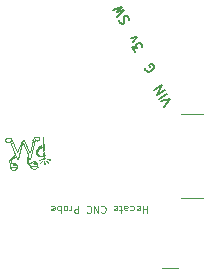
<source format=gbr>
%TF.GenerationSoftware,KiCad,Pcbnew,7.0.10*%
%TF.CreationDate,2024-08-10T06:33:11-07:00*%
%TF.ProjectId,carvera wireless charger circuit,63617276-6572-4612-9077-6972656c6573,rev?*%
%TF.SameCoordinates,Original*%
%TF.FileFunction,Legend,Top*%
%TF.FilePolarity,Positive*%
%FSLAX46Y46*%
G04 Gerber Fmt 4.6, Leading zero omitted, Abs format (unit mm)*
G04 Created by KiCad (PCBNEW 7.0.10) date 2024-08-10 06:33:11*
%MOMM*%
%LPD*%
G01*
G04 APERTURE LIST*
G04 Aperture macros list*
%AMRoundRect*
0 Rectangle with rounded corners*
0 $1 Rounding radius*
0 $2 $3 $4 $5 $6 $7 $8 $9 X,Y pos of 4 corners*
0 Add a 4 corners polygon primitive as box body*
4,1,4,$2,$3,$4,$5,$6,$7,$8,$9,$2,$3,0*
0 Add four circle primitives for the rounded corners*
1,1,$1+$1,$2,$3*
1,1,$1+$1,$4,$5*
1,1,$1+$1,$6,$7*
1,1,$1+$1,$8,$9*
0 Add four rect primitives between the rounded corners*
20,1,$1+$1,$2,$3,$4,$5,0*
20,1,$1+$1,$4,$5,$6,$7,0*
20,1,$1+$1,$6,$7,$8,$9,0*
20,1,$1+$1,$8,$9,$2,$3,0*%
G04 Aperture macros list end*
%ADD10C,0.100000*%
%ADD11C,0.070000*%
%ADD12C,0.050000*%
%ADD13C,0.000000*%
%ADD14C,0.137415*%
%ADD15C,0.150000*%
%ADD16C,1.700000*%
%ADD17C,0.700000*%
%ADD18RoundRect,0.075000X-0.075000X-0.675000X0.075000X-0.675000X0.075000X0.675000X-0.075000X0.675000X0*%
%ADD19RoundRect,0.075000X0.075000X0.675000X-0.075000X0.675000X-0.075000X-0.675000X0.075000X-0.675000X0*%
G04 APERTURE END LIST*
D10*
X10252353Y-9089028D02*
X10252353Y-9689028D01*
X10252353Y-9403314D02*
X9909496Y-9403314D01*
X9909496Y-9089028D02*
X9909496Y-9689028D01*
X9395211Y-9117600D02*
X9452354Y-9089028D01*
X9452354Y-9089028D02*
X9566640Y-9089028D01*
X9566640Y-9089028D02*
X9623782Y-9117600D01*
X9623782Y-9117600D02*
X9652354Y-9174742D01*
X9652354Y-9174742D02*
X9652354Y-9403314D01*
X9652354Y-9403314D02*
X9623782Y-9460457D01*
X9623782Y-9460457D02*
X9566640Y-9489028D01*
X9566640Y-9489028D02*
X9452354Y-9489028D01*
X9452354Y-9489028D02*
X9395211Y-9460457D01*
X9395211Y-9460457D02*
X9366640Y-9403314D01*
X9366640Y-9403314D02*
X9366640Y-9346171D01*
X9366640Y-9346171D02*
X9652354Y-9289028D01*
X8852354Y-9117600D02*
X8909496Y-9089028D01*
X8909496Y-9089028D02*
X9023782Y-9089028D01*
X9023782Y-9089028D02*
X9080925Y-9117600D01*
X9080925Y-9117600D02*
X9109496Y-9146171D01*
X9109496Y-9146171D02*
X9138068Y-9203314D01*
X9138068Y-9203314D02*
X9138068Y-9374742D01*
X9138068Y-9374742D02*
X9109496Y-9431885D01*
X9109496Y-9431885D02*
X9080925Y-9460457D01*
X9080925Y-9460457D02*
X9023782Y-9489028D01*
X9023782Y-9489028D02*
X8909496Y-9489028D01*
X8909496Y-9489028D02*
X8852354Y-9460457D01*
X8338068Y-9089028D02*
X8338068Y-9403314D01*
X8338068Y-9403314D02*
X8366639Y-9460457D01*
X8366639Y-9460457D02*
X8423782Y-9489028D01*
X8423782Y-9489028D02*
X8538068Y-9489028D01*
X8538068Y-9489028D02*
X8595210Y-9460457D01*
X8338068Y-9117600D02*
X8395210Y-9089028D01*
X8395210Y-9089028D02*
X8538068Y-9089028D01*
X8538068Y-9089028D02*
X8595210Y-9117600D01*
X8595210Y-9117600D02*
X8623782Y-9174742D01*
X8623782Y-9174742D02*
X8623782Y-9231885D01*
X8623782Y-9231885D02*
X8595210Y-9289028D01*
X8595210Y-9289028D02*
X8538068Y-9317600D01*
X8538068Y-9317600D02*
X8395210Y-9317600D01*
X8395210Y-9317600D02*
X8338068Y-9346171D01*
X8138068Y-9489028D02*
X7909496Y-9489028D01*
X8052353Y-9689028D02*
X8052353Y-9174742D01*
X8052353Y-9174742D02*
X8023782Y-9117600D01*
X8023782Y-9117600D02*
X7966639Y-9089028D01*
X7966639Y-9089028D02*
X7909496Y-9089028D01*
X7480925Y-9117600D02*
X7538068Y-9089028D01*
X7538068Y-9089028D02*
X7652354Y-9089028D01*
X7652354Y-9089028D02*
X7709496Y-9117600D01*
X7709496Y-9117600D02*
X7738068Y-9174742D01*
X7738068Y-9174742D02*
X7738068Y-9403314D01*
X7738068Y-9403314D02*
X7709496Y-9460457D01*
X7709496Y-9460457D02*
X7652354Y-9489028D01*
X7652354Y-9489028D02*
X7538068Y-9489028D01*
X7538068Y-9489028D02*
X7480925Y-9460457D01*
X7480925Y-9460457D02*
X7452354Y-9403314D01*
X7452354Y-9403314D02*
X7452354Y-9346171D01*
X7452354Y-9346171D02*
X7738068Y-9289028D01*
X6395210Y-9146171D02*
X6423782Y-9117600D01*
X6423782Y-9117600D02*
X6509496Y-9089028D01*
X6509496Y-9089028D02*
X6566639Y-9089028D01*
X6566639Y-9089028D02*
X6652353Y-9117600D01*
X6652353Y-9117600D02*
X6709496Y-9174742D01*
X6709496Y-9174742D02*
X6738067Y-9231885D01*
X6738067Y-9231885D02*
X6766639Y-9346171D01*
X6766639Y-9346171D02*
X6766639Y-9431885D01*
X6766639Y-9431885D02*
X6738067Y-9546171D01*
X6738067Y-9546171D02*
X6709496Y-9603314D01*
X6709496Y-9603314D02*
X6652353Y-9660457D01*
X6652353Y-9660457D02*
X6566639Y-9689028D01*
X6566639Y-9689028D02*
X6509496Y-9689028D01*
X6509496Y-9689028D02*
X6423782Y-9660457D01*
X6423782Y-9660457D02*
X6395210Y-9631885D01*
X6138067Y-9089028D02*
X6138067Y-9689028D01*
X6138067Y-9689028D02*
X5795210Y-9089028D01*
X5795210Y-9089028D02*
X5795210Y-9689028D01*
X5166639Y-9146171D02*
X5195211Y-9117600D01*
X5195211Y-9117600D02*
X5280925Y-9089028D01*
X5280925Y-9089028D02*
X5338068Y-9089028D01*
X5338068Y-9089028D02*
X5423782Y-9117600D01*
X5423782Y-9117600D02*
X5480925Y-9174742D01*
X5480925Y-9174742D02*
X5509496Y-9231885D01*
X5509496Y-9231885D02*
X5538068Y-9346171D01*
X5538068Y-9346171D02*
X5538068Y-9431885D01*
X5538068Y-9431885D02*
X5509496Y-9546171D01*
X5509496Y-9546171D02*
X5480925Y-9603314D01*
X5480925Y-9603314D02*
X5423782Y-9660457D01*
X5423782Y-9660457D02*
X5338068Y-9689028D01*
X5338068Y-9689028D02*
X5280925Y-9689028D01*
X5280925Y-9689028D02*
X5195211Y-9660457D01*
X5195211Y-9660457D02*
X5166639Y-9631885D01*
X4452353Y-9089028D02*
X4452353Y-9689028D01*
X4452353Y-9689028D02*
X4223782Y-9689028D01*
X4223782Y-9689028D02*
X4166639Y-9660457D01*
X4166639Y-9660457D02*
X4138068Y-9631885D01*
X4138068Y-9631885D02*
X4109496Y-9574742D01*
X4109496Y-9574742D02*
X4109496Y-9489028D01*
X4109496Y-9489028D02*
X4138068Y-9431885D01*
X4138068Y-9431885D02*
X4166639Y-9403314D01*
X4166639Y-9403314D02*
X4223782Y-9374742D01*
X4223782Y-9374742D02*
X4452353Y-9374742D01*
X3852353Y-9089028D02*
X3852353Y-9489028D01*
X3852353Y-9374742D02*
X3823782Y-9431885D01*
X3823782Y-9431885D02*
X3795211Y-9460457D01*
X3795211Y-9460457D02*
X3738068Y-9489028D01*
X3738068Y-9489028D02*
X3680925Y-9489028D01*
X3395210Y-9089028D02*
X3452353Y-9117600D01*
X3452353Y-9117600D02*
X3480924Y-9146171D01*
X3480924Y-9146171D02*
X3509496Y-9203314D01*
X3509496Y-9203314D02*
X3509496Y-9374742D01*
X3509496Y-9374742D02*
X3480924Y-9431885D01*
X3480924Y-9431885D02*
X3452353Y-9460457D01*
X3452353Y-9460457D02*
X3395210Y-9489028D01*
X3395210Y-9489028D02*
X3309496Y-9489028D01*
X3309496Y-9489028D02*
X3252353Y-9460457D01*
X3252353Y-9460457D02*
X3223782Y-9431885D01*
X3223782Y-9431885D02*
X3195210Y-9374742D01*
X3195210Y-9374742D02*
X3195210Y-9203314D01*
X3195210Y-9203314D02*
X3223782Y-9146171D01*
X3223782Y-9146171D02*
X3252353Y-9117600D01*
X3252353Y-9117600D02*
X3309496Y-9089028D01*
X3309496Y-9089028D02*
X3395210Y-9089028D01*
X2938067Y-9089028D02*
X2938067Y-9689028D01*
X2938067Y-9460457D02*
X2880925Y-9489028D01*
X2880925Y-9489028D02*
X2766639Y-9489028D01*
X2766639Y-9489028D02*
X2709496Y-9460457D01*
X2709496Y-9460457D02*
X2680925Y-9431885D01*
X2680925Y-9431885D02*
X2652353Y-9374742D01*
X2652353Y-9374742D02*
X2652353Y-9203314D01*
X2652353Y-9203314D02*
X2680925Y-9146171D01*
X2680925Y-9146171D02*
X2709496Y-9117600D01*
X2709496Y-9117600D02*
X2766639Y-9089028D01*
X2766639Y-9089028D02*
X2880925Y-9089028D01*
X2880925Y-9089028D02*
X2938067Y-9117600D01*
X2166639Y-9117600D02*
X2223782Y-9089028D01*
X2223782Y-9089028D02*
X2338068Y-9089028D01*
X2338068Y-9089028D02*
X2395210Y-9117600D01*
X2395210Y-9117600D02*
X2423782Y-9174742D01*
X2423782Y-9174742D02*
X2423782Y-9403314D01*
X2423782Y-9403314D02*
X2395210Y-9460457D01*
X2395210Y-9460457D02*
X2338068Y-9489028D01*
X2338068Y-9489028D02*
X2223782Y-9489028D01*
X2223782Y-9489028D02*
X2166639Y-9460457D01*
X2166639Y-9460457D02*
X2138068Y-9403314D01*
X2138068Y-9403314D02*
X2138068Y-9346171D01*
X2138068Y-9346171D02*
X2423782Y-9289028D01*
D11*
X-1718716Y-3606796D02*
X-1726093Y-3585165D01*
X-1321851Y-5618314D02*
X-1324425Y-5594014D01*
X-1283092Y-5405545D02*
X-1276078Y-5421625D01*
X188285Y-5549168D02*
X199621Y-5560630D01*
X805595Y-3485193D02*
G75*
G03*
X787098Y-3489310I-8138J-7049D01*
G01*
X-977149Y-4978258D02*
X-996353Y-4987669D01*
X-1502555Y-3339488D02*
X-1491039Y-3343475D01*
X-1162533Y-4962454D02*
X-1128361Y-4937137D01*
X158604Y-4817914D02*
X151850Y-4780504D01*
X-1292012Y-3555640D02*
X-1294969Y-3563746D01*
X66389Y-5276692D02*
X62851Y-5243853D01*
X-1338983Y-3634773D02*
X-1351273Y-3647761D01*
X930883Y-3265003D02*
X926169Y-3267621D01*
X-1208741Y-5484116D02*
X-1227279Y-5476527D01*
X-1449590Y-3359536D02*
X-1441016Y-3361718D01*
X-1251493Y-5167714D02*
X-1230971Y-5142613D01*
X-1287890Y-3543059D02*
X-1292012Y-3555640D01*
X-1296693Y-5077658D02*
X-1275917Y-5057335D01*
X94032Y-5382941D02*
X101499Y-5403259D01*
X-885709Y-4935296D02*
X-903232Y-4943279D01*
X136274Y-5477402D02*
X145876Y-5494011D01*
X77671Y-5330626D02*
X83605Y-5351857D01*
X-1374435Y-5445384D02*
X-1380631Y-5430436D01*
X217122Y-5575807D02*
X228914Y-5585270D01*
X154818Y-5199285D02*
X157868Y-5172263D01*
X1083191Y-3308651D02*
X1070863Y-3294689D01*
X162219Y-5332358D02*
X157552Y-5307153D01*
X970652Y-3563272D02*
X960891Y-3563421D01*
X208481Y-5437972D02*
X217410Y-5448994D01*
X-1263355Y-5442281D02*
X-1254096Y-5454510D01*
X66389Y-5276692D02*
X69926Y-5298454D01*
X948600Y-3252000D02*
X942529Y-3256044D01*
X344688Y-5087880D02*
X787097Y-3489310D01*
X-1075771Y-4899490D02*
X-1057225Y-4886147D01*
X-953652Y-4726921D02*
X-953532Y-4711138D01*
X441110Y-5466898D02*
X423406Y-5479492D01*
X62657Y-5221867D02*
X62851Y-5243853D01*
D12*
X1767676Y-5121624D02*
X2007172Y-5153388D01*
X2009594Y-5153861D01*
X2013503Y-5156854D01*
X2015408Y-5161388D01*
X2015267Y-5163849D01*
X2014818Y-5166337D01*
X2011746Y-5170335D01*
X2007074Y-5172232D01*
X2004561Y-5171993D01*
X1765585Y-5136512D01*
X1763655Y-5136097D01*
X1760561Y-5133655D01*
X1759093Y-5129999D01*
X1759643Y-5126094D01*
X1762065Y-5122984D01*
X1765706Y-5121486D01*
X1767676Y-5121624D01*
G36*
X1767676Y-5121624D02*
G01*
X2007172Y-5153388D01*
X2009594Y-5153861D01*
X2013503Y-5156854D01*
X2015408Y-5161388D01*
X2015267Y-5163849D01*
X2014818Y-5166337D01*
X2011746Y-5170335D01*
X2007074Y-5172232D01*
X2004561Y-5171993D01*
X1765585Y-5136512D01*
X1763655Y-5136097D01*
X1760561Y-5133655D01*
X1759093Y-5129999D01*
X1759643Y-5126094D01*
X1762065Y-5122984D01*
X1765706Y-5121486D01*
X1767676Y-5121624D01*
G37*
D11*
X212751Y-5049856D02*
X202396Y-5059806D01*
X-1263355Y-5442281D02*
X-1276078Y-5421625D01*
X-1533001Y-3333334D02*
X-1520664Y-3335226D01*
X188285Y-5549168D02*
X171699Y-5530581D01*
X62657Y-5221867D02*
X64383Y-5188987D01*
X-1106726Y-4921581D02*
X-1075771Y-4899490D01*
X-1733842Y-3491296D02*
X-1729489Y-3468652D01*
X995427Y-3247419D02*
X983645Y-3245086D01*
X908024Y-3264810D02*
X903636Y-3261636D01*
X161089Y-5154812D02*
X167058Y-5129400D01*
X-1283286Y-3523125D02*
X-1287890Y-3543059D01*
X-976853Y-4540343D02*
X-983700Y-4520082D01*
X-1398225Y-5231497D02*
X-1390458Y-5211498D01*
X-1405480Y-5350994D02*
X-1409252Y-5325190D01*
X-1351273Y-3647761D02*
X-1360191Y-3655973D01*
X-1128361Y-4937137D02*
X-1106726Y-4921581D01*
X-1491039Y-3343475D02*
X-1474382Y-3349916D01*
X259142Y-5483292D02*
X270564Y-5489721D01*
X976540Y-3244768D02*
X966633Y-3245324D01*
X136274Y-5477402D02*
X122425Y-5451174D01*
X1089216Y-3516993D02*
X1100269Y-3505587D01*
X926169Y-3267621D02*
X922895Y-3268427D01*
X-1295201Y-5261361D02*
X-1286906Y-5231751D01*
X-1468172Y-3713064D02*
X-1484404Y-3716158D01*
X155906Y-4927137D02*
X161000Y-4896932D01*
X-1278625Y-5212759D02*
X-1263830Y-5185105D01*
X1119522Y-3474048D02*
X1115107Y-3483729D01*
X-1363474Y-5160488D02*
X-1341878Y-5129401D01*
X141539Y-4974366D02*
X151249Y-4946580D01*
X-346458Y-3568371D02*
X-713829Y-4551629D01*
X-1349836Y-5503663D02*
X-1358712Y-5481909D01*
X319000Y-5504312D02*
X300503Y-5500908D01*
X1125121Y-3391305D02*
X1120254Y-3373776D01*
X381012Y-5498952D02*
X362509Y-5503585D01*
X347623Y-5696925D02*
X335765Y-5678037D01*
X-1358712Y-5481909D02*
X-1364964Y-5467361D01*
D12*
X1314460Y-3972389D02*
X1318658Y-3974449D01*
X1321332Y-3978291D01*
X1321802Y-3982947D01*
X1319959Y-3987243D01*
X1318193Y-3988785D01*
X1295769Y-3997594D01*
X1284642Y-4002346D01*
X1273588Y-4007324D01*
X1262586Y-4012541D01*
X1251654Y-4017985D01*
X1240776Y-4023666D01*
X1229960Y-4029579D01*
X1196971Y-4049315D01*
X1180676Y-4060040D01*
X1164542Y-4071330D01*
X1148577Y-4083194D01*
X1132804Y-4095609D01*
X1117241Y-4108586D01*
X1101909Y-4122127D01*
X1086812Y-4136209D01*
X1071980Y-4150837D01*
X1057434Y-4166022D01*
X1043175Y-4181740D01*
X1029233Y-4197997D01*
X1022385Y-4206321D01*
X1015621Y-4214791D01*
X1008946Y-4223389D01*
X1002358Y-4232117D01*
X995864Y-4240979D01*
X989461Y-4249967D01*
X966605Y-4284519D01*
X955800Y-4302423D01*
X945488Y-4320693D01*
X935704Y-4339300D01*
X926503Y-4358198D01*
X917938Y-4377359D01*
X910057Y-4396735D01*
X902909Y-4416290D01*
X896537Y-4436002D01*
X891000Y-4455824D01*
X886343Y-4475711D01*
X882613Y-4495641D01*
X879869Y-4515564D01*
X878154Y-4535447D01*
X877509Y-4555256D01*
X879230Y-4590185D01*
X881478Y-4607405D01*
X884634Y-4624421D01*
X888700Y-4641198D01*
X893656Y-4657705D01*
X899510Y-4673925D01*
X906239Y-4689813D01*
X913840Y-4705349D01*
X922305Y-4720497D01*
X931626Y-4735232D01*
X941790Y-4749520D01*
X952796Y-4763325D01*
X964631Y-4776626D01*
X977289Y-4789396D01*
X990762Y-4801589D01*
X1009354Y-4816479D01*
X1019117Y-4823514D01*
X1029182Y-4830281D01*
X1039540Y-4836761D01*
X1050183Y-4842944D01*
X1061119Y-4848838D01*
X1072331Y-4854424D01*
X1083821Y-4859696D01*
X1095573Y-4864647D01*
X1107591Y-4869271D01*
X1119876Y-4873562D01*
X1132404Y-4877521D01*
X1145183Y-4881131D01*
X1158207Y-4884389D01*
X1171464Y-4887280D01*
X1156702Y-4881306D01*
X1142481Y-4875074D01*
X1128793Y-4868606D01*
X1115630Y-4861883D01*
X1102984Y-4854933D01*
X1090866Y-4847748D01*
X1079258Y-4840346D01*
X1068160Y-4832724D01*
X1057559Y-4824895D01*
X1047460Y-4816857D01*
X1037854Y-4808626D01*
X1028738Y-4800202D01*
X1020105Y-4791594D01*
X1011952Y-4782802D01*
X997064Y-4764711D01*
X986004Y-4749060D01*
X976218Y-4733059D01*
X967684Y-4716754D01*
X960345Y-4700176D01*
X954172Y-4683361D01*
X949129Y-4666353D01*
X945182Y-4649178D01*
X942291Y-4631876D01*
X940424Y-4614491D01*
X939531Y-4597053D01*
X939588Y-4579602D01*
X940558Y-4562177D01*
X942400Y-4544799D01*
X945078Y-4527535D01*
X952796Y-4493432D01*
X958315Y-4474909D01*
X964684Y-4456620D01*
X971895Y-4438569D01*
X979932Y-4420755D01*
X988783Y-4403187D01*
X998432Y-4385859D01*
X1008869Y-4368785D01*
X1020083Y-4351964D01*
X1032062Y-4335390D01*
X1044789Y-4319079D01*
X1058249Y-4303030D01*
X1072438Y-4287243D01*
X1087342Y-4271725D01*
X1095054Y-4264064D01*
X1102944Y-4256482D01*
X1111001Y-4248958D01*
X1119232Y-4241501D01*
X1136200Y-4226802D01*
X1147521Y-4217439D01*
X1159142Y-4208179D01*
X1171058Y-4199019D01*
X1183278Y-4189958D01*
X1195782Y-4180993D01*
X1208595Y-4172127D01*
X1221703Y-4163347D01*
X1235104Y-4154668D01*
X1248815Y-4146074D01*
X1262821Y-4137576D01*
X1277135Y-4129158D01*
X1291753Y-4120836D01*
X1306670Y-4112598D01*
X1321897Y-4104431D01*
X1353264Y-4088364D01*
X1355386Y-4087506D01*
X1359941Y-4087835D01*
X1363734Y-4090380D01*
X1365766Y-4094468D01*
X1365506Y-4099026D01*
X1363025Y-4102861D01*
X1361063Y-4104033D01*
X1309089Y-4130700D01*
X1293268Y-4139758D01*
X1282158Y-4146281D01*
X1271205Y-4152841D01*
X1260416Y-4159445D01*
X1249778Y-4166091D01*
X1239297Y-4172787D01*
X1195994Y-4201709D01*
X1182992Y-4211549D01*
X1173878Y-4218631D01*
X1164926Y-4225761D01*
X1156120Y-4232942D01*
X1147474Y-4240169D01*
X1138978Y-4247444D01*
X1104098Y-4278927D01*
X1092376Y-4291188D01*
X1083841Y-4300468D01*
X1075530Y-4309825D01*
X1067441Y-4319262D01*
X1059575Y-4328772D01*
X1033038Y-4363089D01*
X1024491Y-4376421D01*
X1018356Y-4386517D01*
X1012447Y-4396678D01*
X1006784Y-4406908D01*
X1001361Y-4417209D01*
X983634Y-4454292D01*
X978537Y-4468595D01*
X975029Y-4479383D01*
X971790Y-4490220D01*
X968822Y-4501094D01*
X966140Y-4512024D01*
X958424Y-4551123D01*
X957376Y-4565955D01*
X956976Y-4577080D01*
X956912Y-4588193D01*
X957176Y-4599294D01*
X957782Y-4610382D01*
X962198Y-4649686D01*
X966149Y-4664174D01*
X969583Y-4674948D01*
X973428Y-4685640D01*
X977687Y-4696249D01*
X982376Y-4706762D01*
X1001817Y-4743516D01*
X1014586Y-4759761D01*
X1022910Y-4769288D01*
X1031732Y-4778656D01*
X1039470Y-4786328D01*
X1047559Y-4793878D01*
X1085269Y-4825012D01*
X1098284Y-4832875D01*
X1109568Y-4839250D01*
X1121239Y-4845462D01*
X1130869Y-4850312D01*
X1140758Y-4855067D01*
X1150900Y-4859717D01*
X1161305Y-4864253D01*
X1220242Y-4887027D01*
X1246075Y-4893973D01*
X1259399Y-4897273D01*
X1273003Y-4900450D01*
X1286872Y-4903502D01*
X1297456Y-4905714D01*
X1308195Y-4907866D01*
X1319085Y-4909945D01*
X1330133Y-4911956D01*
X1319400Y-4912859D01*
X1305205Y-4913835D01*
X1291139Y-4914539D01*
X1277211Y-4914978D01*
X1263404Y-4915141D01*
X1249735Y-4915041D01*
X1236196Y-4914671D01*
X1219451Y-4913836D01*
X1153104Y-4901169D01*
X1141049Y-4898173D01*
X1129149Y-4894935D01*
X1117408Y-4891460D01*
X1105821Y-4887725D01*
X1094404Y-4883759D01*
X1083148Y-4879556D01*
X1061125Y-4870431D01*
X1009485Y-4838137D01*
X1000306Y-4831595D01*
X991347Y-4824865D01*
X982590Y-4817931D01*
X974051Y-4810816D01*
X965721Y-4803520D01*
X957613Y-4796033D01*
X942045Y-4780534D01*
X909524Y-4733681D01*
X902732Y-4722286D01*
X896333Y-4710698D01*
X890342Y-4698922D01*
X884751Y-4686975D01*
X879567Y-4674852D01*
X872996Y-4657595D01*
X862914Y-4602363D01*
X861429Y-4589256D01*
X860354Y-4576071D01*
X859699Y-4562824D01*
X859451Y-4549515D01*
X859618Y-4536159D01*
X860530Y-4517369D01*
X871763Y-4460324D01*
X874384Y-4449692D01*
X877210Y-4439086D01*
X880242Y-4428513D01*
X883463Y-4417965D01*
X886876Y-4407464D01*
X890481Y-4396995D01*
X898243Y-4376189D01*
X924288Y-4323176D01*
X929476Y-4313434D01*
X934780Y-4303770D01*
X940200Y-4294188D01*
X945728Y-4284675D01*
X951369Y-4275262D01*
X957108Y-4265926D01*
X968907Y-4247526D01*
X1003400Y-4202076D01*
X1011713Y-4191761D01*
X1020137Y-4181608D01*
X1028661Y-4171614D01*
X1037283Y-4161781D01*
X1046012Y-4152113D01*
X1058377Y-4138848D01*
X1097833Y-4102408D01*
X1107223Y-4094231D01*
X1116669Y-4086218D01*
X1126183Y-4078372D01*
X1135757Y-4070705D01*
X1145386Y-4063205D01*
X1158972Y-4052991D01*
X1201567Y-4025863D01*
X1211650Y-4019859D01*
X1221788Y-4014022D01*
X1231971Y-4008357D01*
X1242201Y-4002857D01*
X1252481Y-3997520D01*
X1266948Y-3990344D01*
X1312116Y-3972367D01*
X1314460Y-3972389D01*
G36*
X1314460Y-3972389D02*
G01*
X1318658Y-3974449D01*
X1321332Y-3978291D01*
X1321802Y-3982947D01*
X1319959Y-3987243D01*
X1318193Y-3988785D01*
X1295769Y-3997594D01*
X1284642Y-4002346D01*
X1273588Y-4007324D01*
X1262586Y-4012541D01*
X1251654Y-4017985D01*
X1240776Y-4023666D01*
X1229960Y-4029579D01*
X1196971Y-4049315D01*
X1180676Y-4060040D01*
X1164542Y-4071330D01*
X1148577Y-4083194D01*
X1132804Y-4095609D01*
X1117241Y-4108586D01*
X1101909Y-4122127D01*
X1086812Y-4136209D01*
X1071980Y-4150837D01*
X1057434Y-4166022D01*
X1043175Y-4181740D01*
X1029233Y-4197997D01*
X1022385Y-4206321D01*
X1015621Y-4214791D01*
X1008946Y-4223389D01*
X1002358Y-4232117D01*
X995864Y-4240979D01*
X989461Y-4249967D01*
X966605Y-4284519D01*
X955800Y-4302423D01*
X945488Y-4320693D01*
X935704Y-4339300D01*
X926503Y-4358198D01*
X917938Y-4377359D01*
X910057Y-4396735D01*
X902909Y-4416290D01*
X896537Y-4436002D01*
X891000Y-4455824D01*
X886343Y-4475711D01*
X882613Y-4495641D01*
X879869Y-4515564D01*
X878154Y-4535447D01*
X877509Y-4555256D01*
X879230Y-4590185D01*
X881478Y-4607405D01*
X884634Y-4624421D01*
X888700Y-4641198D01*
X893656Y-4657705D01*
X899510Y-4673925D01*
X906239Y-4689813D01*
X913840Y-4705349D01*
X922305Y-4720497D01*
X931626Y-4735232D01*
X941790Y-4749520D01*
X952796Y-4763325D01*
X964631Y-4776626D01*
X977289Y-4789396D01*
X990762Y-4801589D01*
X1009354Y-4816479D01*
X1019117Y-4823514D01*
X1029182Y-4830281D01*
X1039540Y-4836761D01*
X1050183Y-4842944D01*
X1061119Y-4848838D01*
X1072331Y-4854424D01*
X1083821Y-4859696D01*
X1095573Y-4864647D01*
X1107591Y-4869271D01*
X1119876Y-4873562D01*
X1132404Y-4877521D01*
X1145183Y-4881131D01*
X1158207Y-4884389D01*
X1171464Y-4887280D01*
X1156702Y-4881306D01*
X1142481Y-4875074D01*
X1128793Y-4868606D01*
X1115630Y-4861883D01*
X1102984Y-4854933D01*
X1090866Y-4847748D01*
X1079258Y-4840346D01*
X1068160Y-4832724D01*
X1057559Y-4824895D01*
X1047460Y-4816857D01*
X1037854Y-4808626D01*
X1028738Y-4800202D01*
X1020105Y-4791594D01*
X1011952Y-4782802D01*
X997064Y-4764711D01*
X986004Y-4749060D01*
X976218Y-4733059D01*
X967684Y-4716754D01*
X960345Y-4700176D01*
X954172Y-4683361D01*
X949129Y-4666353D01*
X945182Y-4649178D01*
X942291Y-4631876D01*
X940424Y-4614491D01*
X939531Y-4597053D01*
X939588Y-4579602D01*
X940558Y-4562177D01*
X942400Y-4544799D01*
X945078Y-4527535D01*
X952796Y-4493432D01*
X958315Y-4474909D01*
X964684Y-4456620D01*
X971895Y-4438569D01*
X979932Y-4420755D01*
X988783Y-4403187D01*
X998432Y-4385859D01*
X1008869Y-4368785D01*
X1020083Y-4351964D01*
X1032062Y-4335390D01*
X1044789Y-4319079D01*
X1058249Y-4303030D01*
X1072438Y-4287243D01*
X1087342Y-4271725D01*
X1095054Y-4264064D01*
X1102944Y-4256482D01*
X1111001Y-4248958D01*
X1119232Y-4241501D01*
X1136200Y-4226802D01*
X1147521Y-4217439D01*
X1159142Y-4208179D01*
X1171058Y-4199019D01*
X1183278Y-4189958D01*
X1195782Y-4180993D01*
X1208595Y-4172127D01*
X1221703Y-4163347D01*
X1235104Y-4154668D01*
X1248815Y-4146074D01*
X1262821Y-4137576D01*
X1277135Y-4129158D01*
X1291753Y-4120836D01*
X1306670Y-4112598D01*
X1321897Y-4104431D01*
X1353264Y-4088364D01*
X1355386Y-4087506D01*
X1359941Y-4087835D01*
X1363734Y-4090380D01*
X1365766Y-4094468D01*
X1365506Y-4099026D01*
X1363025Y-4102861D01*
X1361063Y-4104033D01*
X1309089Y-4130700D01*
X1293268Y-4139758D01*
X1282158Y-4146281D01*
X1271205Y-4152841D01*
X1260416Y-4159445D01*
X1249778Y-4166091D01*
X1239297Y-4172787D01*
X1195994Y-4201709D01*
X1182992Y-4211549D01*
X1173878Y-4218631D01*
X1164926Y-4225761D01*
X1156120Y-4232942D01*
X1147474Y-4240169D01*
X1138978Y-4247444D01*
X1104098Y-4278927D01*
X1092376Y-4291188D01*
X1083841Y-4300468D01*
X1075530Y-4309825D01*
X1067441Y-4319262D01*
X1059575Y-4328772D01*
X1033038Y-4363089D01*
X1024491Y-4376421D01*
X1018356Y-4386517D01*
X1012447Y-4396678D01*
X1006784Y-4406908D01*
X1001361Y-4417209D01*
X983634Y-4454292D01*
X978537Y-4468595D01*
X975029Y-4479383D01*
X971790Y-4490220D01*
X968822Y-4501094D01*
X966140Y-4512024D01*
X958424Y-4551123D01*
X957376Y-4565955D01*
X956976Y-4577080D01*
X956912Y-4588193D01*
X957176Y-4599294D01*
X957782Y-4610382D01*
X962198Y-4649686D01*
X966149Y-4664174D01*
X969583Y-4674948D01*
X973428Y-4685640D01*
X977687Y-4696249D01*
X982376Y-4706762D01*
X1001817Y-4743516D01*
X1014586Y-4759761D01*
X1022910Y-4769288D01*
X1031732Y-4778656D01*
X1039470Y-4786328D01*
X1047559Y-4793878D01*
X1085269Y-4825012D01*
X1098284Y-4832875D01*
X1109568Y-4839250D01*
X1121239Y-4845462D01*
X1130869Y-4850312D01*
X1140758Y-4855067D01*
X1150900Y-4859717D01*
X1161305Y-4864253D01*
X1220242Y-4887027D01*
X1246075Y-4893973D01*
X1259399Y-4897273D01*
X1273003Y-4900450D01*
X1286872Y-4903502D01*
X1297456Y-4905714D01*
X1308195Y-4907866D01*
X1319085Y-4909945D01*
X1330133Y-4911956D01*
X1319400Y-4912859D01*
X1305205Y-4913835D01*
X1291139Y-4914539D01*
X1277211Y-4914978D01*
X1263404Y-4915141D01*
X1249735Y-4915041D01*
X1236196Y-4914671D01*
X1219451Y-4913836D01*
X1153104Y-4901169D01*
X1141049Y-4898173D01*
X1129149Y-4894935D01*
X1117408Y-4891460D01*
X1105821Y-4887725D01*
X1094404Y-4883759D01*
X1083148Y-4879556D01*
X1061125Y-4870431D01*
X1009485Y-4838137D01*
X1000306Y-4831595D01*
X991347Y-4824865D01*
X982590Y-4817931D01*
X974051Y-4810816D01*
X965721Y-4803520D01*
X957613Y-4796033D01*
X942045Y-4780534D01*
X909524Y-4733681D01*
X902732Y-4722286D01*
X896333Y-4710698D01*
X890342Y-4698922D01*
X884751Y-4686975D01*
X879567Y-4674852D01*
X872996Y-4657595D01*
X862914Y-4602363D01*
X861429Y-4589256D01*
X860354Y-4576071D01*
X859699Y-4562824D01*
X859451Y-4549515D01*
X859618Y-4536159D01*
X860530Y-4517369D01*
X871763Y-4460324D01*
X874384Y-4449692D01*
X877210Y-4439086D01*
X880242Y-4428513D01*
X883463Y-4417965D01*
X886876Y-4407464D01*
X890481Y-4396995D01*
X898243Y-4376189D01*
X924288Y-4323176D01*
X929476Y-4313434D01*
X934780Y-4303770D01*
X940200Y-4294188D01*
X945728Y-4284675D01*
X951369Y-4275262D01*
X957108Y-4265926D01*
X968907Y-4247526D01*
X1003400Y-4202076D01*
X1011713Y-4191761D01*
X1020137Y-4181608D01*
X1028661Y-4171614D01*
X1037283Y-4161781D01*
X1046012Y-4152113D01*
X1058377Y-4138848D01*
X1097833Y-4102408D01*
X1107223Y-4094231D01*
X1116669Y-4086218D01*
X1126183Y-4078372D01*
X1135757Y-4070705D01*
X1145386Y-4063205D01*
X1158972Y-4052991D01*
X1201567Y-4025863D01*
X1211650Y-4019859D01*
X1221788Y-4014022D01*
X1231971Y-4008357D01*
X1242201Y-4002857D01*
X1252481Y-3997520D01*
X1266948Y-3990344D01*
X1312116Y-3972367D01*
X1314460Y-3972389D01*
G37*
D11*
X-185496Y-3562753D02*
X-346458Y-3568371D01*
X-1185687Y-4980063D02*
X-1162533Y-4962454D01*
X1101435Y-3334306D02*
X1107808Y-3345215D01*
X275617Y-5619228D02*
X286819Y-5627715D01*
X302721Y-5641302D02*
X312897Y-5650860D01*
X-1556119Y-3718603D02*
X-1575337Y-3715486D01*
X-1689817Y-3653002D02*
X-1702496Y-3635551D01*
X914000Y-3267575D02*
X908024Y-3264810D01*
X381012Y-5498952D02*
X393274Y-5494870D01*
X-930353Y-4955892D02*
X-903232Y-4943279D01*
X-1409857Y-5307258D02*
X-1408752Y-5279717D01*
X326935Y-5666739D02*
X335765Y-5678037D01*
X998886Y-5785915D02*
X930847Y-5750473D01*
X861917Y-5722642D01*
X792151Y-5702969D01*
X721605Y-5692002D01*
X650334Y-5690289D01*
X626426Y-5691870D01*
X-1604201Y-3708473D02*
X-1622988Y-3700975D01*
X246664Y-5598298D02*
X228914Y-5585270D01*
X188702Y-5407241D02*
X195984Y-5420268D01*
X-959691Y-4620580D02*
X-964434Y-4590829D01*
X1020437Y-3555253D02*
X1010441Y-3558029D01*
X-988320Y-4829856D02*
X-975839Y-4815146D01*
D12*
X1343071Y-5137617D02*
X1345700Y-5140552D01*
X1346519Y-5144406D01*
X1345313Y-5148154D01*
X1342394Y-5150804D01*
X1340501Y-5151352D01*
X1104574Y-5203420D01*
X1102089Y-5203827D01*
X1097291Y-5202266D01*
X1093956Y-5198490D01*
X1093335Y-5196046D01*
X1093007Y-5193599D01*
X1094595Y-5188938D01*
X1098292Y-5185685D01*
X1100671Y-5185042D01*
X1337371Y-5136652D01*
X1339327Y-5136381D01*
X1343071Y-5137617D01*
G36*
X1343071Y-5137617D02*
G01*
X1345700Y-5140552D01*
X1346519Y-5144406D01*
X1345313Y-5148154D01*
X1342394Y-5150804D01*
X1340501Y-5151352D01*
X1104574Y-5203420D01*
X1102089Y-5203827D01*
X1097291Y-5202266D01*
X1093956Y-5198490D01*
X1093335Y-5196046D01*
X1093007Y-5193599D01*
X1094595Y-5188938D01*
X1098292Y-5185685D01*
X1100671Y-5185042D01*
X1337371Y-5136652D01*
X1339327Y-5136381D01*
X1343071Y-5137617D01*
G37*
D11*
X-1733826Y-3551050D02*
X-1735177Y-3527169D01*
X-1702496Y-3635551D02*
X-1718716Y-3606796D01*
X1020437Y-3555253D02*
X1035339Y-3550291D01*
X970652Y-3563272D02*
X985429Y-3562342D01*
X-1402010Y-5367765D02*
X-1405480Y-5350994D01*
X-957211Y-4640086D02*
X-959691Y-4620580D01*
X470020Y-5441007D02*
X452789Y-5457523D01*
X275617Y-5619228D02*
X258419Y-5606717D01*
X-1131703Y-5486301D02*
X-1157960Y-5489242D01*
X364483Y-5732547D02*
X368962Y-5744584D01*
X302721Y-5641302D02*
X286819Y-5627715D01*
X1115709Y-3362246D02*
X1107808Y-3345215D01*
X-1215310Y-5127003D02*
X-1230971Y-5142613D01*
X860728Y-3533160D02*
X853089Y-3528264D01*
X154818Y-5199285D02*
X153456Y-5217483D01*
X1115709Y-3362246D02*
X1120254Y-3373776D01*
X243046Y-5030829D02*
X264202Y-5090685D01*
X-930353Y-4955892D02*
X-948768Y-4964569D01*
X-1390458Y-5211498D02*
X-1376085Y-5181091D01*
X411419Y-5486240D02*
X423406Y-5479492D01*
X-1238422Y-5468730D02*
X-1227279Y-5476527D01*
X-1666848Y-3674548D02*
X-1689817Y-3653002D01*
X-715816Y-5893474D02*
X-787069Y-5859290D01*
X-856005Y-5832758D01*
X-934416Y-5811685D01*
X-1011702Y-5801485D01*
X-1077879Y-5801585D01*
X-1575337Y-3715486D02*
X-1604201Y-3708473D01*
X1003678Y-3249751D02*
X995427Y-3247419D01*
X243046Y-5030829D02*
X229864Y-5037003D01*
X960894Y-3246697D02*
X953051Y-3249514D01*
X-1294969Y-3563746D02*
X-1297137Y-3569040D01*
X-998214Y-4839874D02*
X-988320Y-4829856D01*
X966633Y-3245324D02*
X960894Y-3246697D01*
X-953944Y-4686109D02*
X-954956Y-4668091D01*
X995417Y-3560917D02*
X1010441Y-3558029D01*
X-1324698Y-5108648D02*
X-1296693Y-5077658D01*
X1068331Y-3533353D02*
X1081316Y-3524068D01*
X100034Y-5065565D02*
X112956Y-5037524D01*
X-1295201Y-5261361D02*
X-1299056Y-5281411D01*
X-1564895Y-3334431D02*
X-1552028Y-3333314D01*
X923462Y-3558929D02*
X914484Y-3556817D01*
X-1520664Y-3335226D02*
X-1502555Y-3339488D01*
X842056Y-3520136D02*
X834869Y-3514417D01*
X-1665855Y-3368819D02*
X-1652560Y-3361439D01*
X288402Y-5497008D02*
X270564Y-5489721D01*
X901431Y-3552700D02*
X914484Y-3556817D01*
X-975839Y-4815146D02*
X-969870Y-4805287D01*
X-1652560Y-3361439D02*
X-1632210Y-3352218D01*
X1039506Y-3268329D02*
X1025783Y-3259695D01*
X1083191Y-3308651D02*
X1090991Y-3318481D01*
X-1584656Y-3338317D02*
X-1564895Y-3334431D01*
X67729Y-5167378D02*
X64383Y-5188987D01*
X998886Y-5785915D02*
X1015002Y-5796196D01*
X-968892Y-4570674D02*
X-976853Y-4540343D01*
X-1057225Y-4886147D02*
X-1031615Y-4867317D01*
X-1409252Y-5325190D02*
X-1409857Y-5307258D01*
X-1422669Y-3361796D02*
X-1414007Y-3357371D01*
X860728Y-3533160D02*
X872430Y-3540021D01*
D12*
X1719736Y-5261343D02*
X1721313Y-5262530D01*
X1904871Y-5419610D01*
X1906684Y-5421331D01*
X1908337Y-5426041D01*
X1907395Y-5430939D01*
X1905856Y-5432910D01*
X1904125Y-5434704D01*
X1899403Y-5436318D01*
X1894506Y-5435340D01*
X1892553Y-5433788D01*
X1711453Y-5273875D01*
X1710061Y-5272476D01*
X1708796Y-5268746D01*
X1709553Y-5264874D01*
X1712139Y-5261901D01*
X1715863Y-5260610D01*
X1719736Y-5261343D01*
G36*
X1719736Y-5261343D02*
G01*
X1721313Y-5262530D01*
X1904871Y-5419610D01*
X1906684Y-5421331D01*
X1908337Y-5426041D01*
X1907395Y-5430939D01*
X1905856Y-5432910D01*
X1904125Y-5434704D01*
X1899403Y-5436318D01*
X1894506Y-5435340D01*
X1892553Y-5433788D01*
X1711453Y-5273875D01*
X1710061Y-5272476D01*
X1708796Y-5268746D01*
X1709553Y-5264874D01*
X1712139Y-5261901D01*
X1715863Y-5260610D01*
X1719736Y-5261343D01*
G37*
D11*
X80932Y-5114863D02*
X74580Y-5135440D01*
X-688485Y-5123997D02*
X-306618Y-3744194D01*
X441110Y-5466898D02*
X452789Y-5457523D01*
X-1684569Y-3383900D02*
X-1665855Y-3368819D01*
X891577Y-3250303D02*
X667318Y-3258133D01*
X374837Y-5763903D02*
G75*
G03*
X461417Y-5449475I326349J79271D01*
G01*
X-1322047Y-5678147D02*
X-1321120Y-5660603D01*
X946577Y-3562528D02*
X960891Y-3563421D01*
X172380Y-5113602D02*
X181663Y-5091190D01*
X-1017241Y-4855982D02*
X-998214Y-4839874D01*
X-1735177Y-3527169D02*
X-1733842Y-3491296D01*
X-1031615Y-4867317D02*
X-1017241Y-4855982D01*
X-885709Y-4935296D02*
X-859934Y-4923700D01*
X411419Y-5486240D02*
X393274Y-5494870D01*
X-1429240Y-3363180D02*
X-1422669Y-3361796D01*
X1106616Y-3497132D02*
X1100269Y-3505587D01*
X189376Y-5077933D02*
X181663Y-5091190D01*
X144695Y-4753895D02*
X151850Y-4780504D01*
X923462Y-3558929D02*
X937177Y-3561505D01*
X-1220447Y-5008108D02*
X-1185687Y-4980063D01*
X121626Y-5019436D02*
X134176Y-4992511D01*
X153038Y-5244845D02*
X153395Y-5262997D01*
X1089216Y-3516993D02*
X1081316Y-3524068D01*
X-1025736Y-5002554D02*
X-996353Y-4987669D01*
X-1528086Y-3719831D02*
X-1556119Y-3718603D01*
X824501Y-3505076D02*
X834869Y-3514417D01*
X1068331Y-3533353D02*
X1059304Y-3538990D01*
X-959639Y-4779040D02*
X-956170Y-4761405D01*
X172380Y-5113602D02*
X167058Y-5129400D01*
X80932Y-5114863D02*
X91762Y-5084746D01*
X-1344234Y-5518217D02*
X-1349836Y-5503663D01*
D12*
X1564631Y-5321585D02*
X1566744Y-5324910D01*
X1566948Y-5326876D01*
X1577261Y-5568252D01*
X1577235Y-5570753D01*
X1574915Y-5575164D01*
X1570690Y-5577821D01*
X1568199Y-5578044D01*
X1565700Y-5577999D01*
X1561299Y-5575644D01*
X1558677Y-5571394D01*
X1558477Y-5568909D01*
X1551927Y-5327396D01*
X1552002Y-5325433D01*
X1553861Y-5321959D01*
X1557213Y-5319879D01*
X1561151Y-5319738D01*
X1564631Y-5321585D01*
G36*
X1564631Y-5321585D02*
G01*
X1566744Y-5324910D01*
X1566948Y-5326876D01*
X1577261Y-5568252D01*
X1577235Y-5570753D01*
X1574915Y-5575164D01*
X1570690Y-5577821D01*
X1568199Y-5578044D01*
X1565700Y-5577999D01*
X1561299Y-5575644D01*
X1558677Y-5571394D01*
X1558477Y-5568909D01*
X1551927Y-5327396D01*
X1552002Y-5325433D01*
X1553861Y-5321959D01*
X1557213Y-5319879D01*
X1561151Y-5319738D01*
X1564631Y-5321585D01*
G37*
D11*
X842056Y-3520136D02*
X853089Y-3528264D01*
X-1696313Y-3395881D02*
X-1684569Y-3383900D01*
X1129034Y-3420324D02*
X1129157Y-3431711D01*
X246664Y-5598298D02*
X258419Y-5606717D01*
X162096Y-4875441D02*
X161000Y-4896932D01*
X-1324425Y-5594014D02*
X-1327263Y-5578360D01*
X-1300775Y-5311721D02*
X-1299056Y-5281411D01*
X-1065998Y-3758068D02*
G75*
G03*
X-1228896Y-3821061I-5120J-228884D01*
G01*
X953051Y-3249514D02*
X948600Y-3252000D01*
X-1364964Y-5467361D02*
X-1374435Y-5445384D01*
X939003Y-3258832D02*
X934025Y-3262817D01*
X995417Y-3560917D02*
X985429Y-3562342D01*
X-1374268Y-3667885D02*
X-1384533Y-3675343D01*
X-713829Y-4551629D02*
X-783573Y-4554064D01*
X-956170Y-4761405D02*
X-954872Y-4748187D01*
X350083Y-5504988D02*
X362509Y-5503585D01*
X-964434Y-4590829D02*
X-968892Y-4570674D01*
X917755Y-3268643D02*
X914000Y-3267575D01*
X212751Y-5049856D02*
X229864Y-5037003D01*
X880515Y-3544050D02*
X872430Y-3540021D01*
X-1331200Y-3625836D02*
X-1338983Y-3634773D01*
X1045051Y-3546101D02*
X1059304Y-3538990D01*
X-1172276Y-5090656D02*
X-1144276Y-5070662D01*
X-977149Y-4978258D02*
X-948768Y-4964569D01*
X-1113000Y-3623260D02*
G75*
G03*
X-1277124Y-3690390I463J-235331D01*
G01*
X-1650250Y-3687003D02*
X-1666848Y-3674548D01*
X-1474382Y-3349916D02*
X-1464106Y-3354074D01*
X-1124852Y-5058225D02*
X-1095304Y-5040293D01*
X-1325352Y-5705859D02*
G75*
G03*
X-1090975Y-5478801I308575J-84027D01*
G01*
X946577Y-3562528D02*
X937177Y-3561505D01*
X94032Y-5382941D02*
X83605Y-5351857D01*
X-1445887Y-3706487D02*
X-1468172Y-3713064D01*
X-1251493Y-5167714D02*
X-1263830Y-5185105D01*
X162096Y-4875441D02*
X161538Y-4841876D01*
X188702Y-5407241D02*
X178770Y-5386638D01*
X-1720205Y-3437003D02*
X-1711410Y-3419225D01*
X1016812Y-3255238D02*
X1003678Y-3249751D01*
X-1414007Y-3357371D02*
X-1409583Y-3351675D01*
X-1409583Y-3351675D02*
X-1404180Y-3340608D01*
X-1124852Y-5058225D02*
X-1144276Y-5070662D01*
X-1341878Y-5129401D02*
X-1324698Y-5108648D01*
X-1394903Y-5391906D02*
X-1402010Y-5367765D01*
X264202Y-5090685D02*
X344688Y-5087880D01*
X1127149Y-3448207D02*
X1124942Y-3458907D01*
X-1327263Y-5578360D02*
X-1332450Y-5555311D01*
X-1131703Y-5486301D02*
X-1112991Y-5483357D01*
D12*
X1402556Y-5272719D02*
X1405342Y-5275508D01*
X1406371Y-5279299D01*
X1405370Y-5283120D01*
X1404073Y-5284608D01*
X1234575Y-5456767D01*
X1232732Y-5458449D01*
X1227920Y-5459767D01*
X1223092Y-5458490D01*
X1221239Y-5456821D01*
X1219565Y-5454964D01*
X1218288Y-5450138D01*
X1219608Y-5445323D01*
X1221288Y-5443480D01*
X1393448Y-5273976D01*
X1394940Y-5272689D01*
X1398752Y-5271683D01*
X1402556Y-5272719D01*
G36*
X1402556Y-5272719D02*
G01*
X1405342Y-5275508D01*
X1406371Y-5279299D01*
X1405370Y-5283120D01*
X1404073Y-5284608D01*
X1234575Y-5456767D01*
X1232732Y-5458449D01*
X1227920Y-5459767D01*
X1223092Y-5458490D01*
X1221239Y-5456821D01*
X1219565Y-5454964D01*
X1218288Y-5450138D01*
X1219608Y-5445323D01*
X1221288Y-5443480D01*
X1393448Y-5273976D01*
X1394940Y-5272689D01*
X1398752Y-5271683D01*
X1402556Y-5272719D01*
G37*
D11*
X319000Y-5504312D02*
X331413Y-5505583D01*
X189376Y-5077933D02*
X202396Y-5059806D01*
X-1077879Y-5801585D02*
X-1149910Y-5810631D01*
X-1218118Y-5826976D01*
X-1292384Y-5851801D01*
X-1328057Y-5865737D01*
X1119522Y-3474048D02*
X1124942Y-3458907D01*
X-1336865Y-5540361D02*
X-1344234Y-5518217D01*
X347623Y-5696925D02*
X354949Y-5710335D01*
X155906Y-4927137D02*
X151249Y-4946580D01*
X896662Y-3255659D02*
X891577Y-3250303D01*
X-1405530Y-5260656D02*
X-1398225Y-5231497D01*
X-1622988Y-3700975D02*
X-1650250Y-3687003D01*
X-1025736Y-5002554D02*
X-1045499Y-5012800D01*
X67729Y-5167378D02*
X74580Y-5135440D01*
X-1711410Y-3419225D02*
X-1696313Y-3395881D01*
X-1278625Y-5212759D02*
X-1286906Y-5231751D01*
X-1389585Y-5407638D02*
X-1394903Y-5391906D01*
X113816Y-5432395D02*
X122425Y-5451174D01*
X-1325289Y-5705423D02*
X-1322047Y-5678147D01*
X-1729489Y-3468652D02*
X-1720205Y-3437003D01*
X1062110Y-3286353D02*
X1048658Y-3274835D01*
X626426Y-5691870D02*
X554213Y-5702678D01*
X481792Y-5721848D01*
X409141Y-5748740D01*
X394582Y-5754990D01*
X144695Y-4753895D02*
X142555Y-4746585D01*
X-1075384Y-5029058D02*
X-1045499Y-5012800D01*
X173256Y-5371817D02*
X165976Y-5348688D01*
X824501Y-3505076D02*
X817761Y-3498551D01*
X-1632210Y-3352218D02*
X-1618503Y-3347560D01*
X922895Y-3268427D02*
X917755Y-3268643D01*
X807070Y-3486892D02*
X817761Y-3498551D01*
X-1618503Y-3347560D02*
X-1598039Y-3341499D01*
X-1296186Y-5360934D02*
X-1300372Y-5331802D01*
X259142Y-5483292D02*
X242549Y-5472290D01*
X-1441016Y-3361718D02*
X-1429240Y-3363180D01*
X-1431860Y-3701439D02*
X-1445887Y-3706487D01*
X1016812Y-3255238D02*
X1025783Y-3259695D01*
X-1484404Y-3716158D02*
X-1509926Y-3719418D01*
X-1296186Y-5360934D02*
X-1292096Y-5379703D01*
X1045051Y-3546101D02*
X1035339Y-3550291D01*
X326935Y-5666739D02*
X312897Y-5650860D01*
X-1408752Y-5279717D02*
X-1405530Y-5260656D01*
X-1509926Y-3719418D02*
X-1528086Y-3719831D01*
X-1404180Y-3340608D02*
X-1401947Y-3330393D01*
X-1384533Y-3675343D02*
X-1400823Y-3686011D01*
X161089Y-5154812D02*
X157868Y-5172263D01*
X-769206Y-5126819D02*
X-843564Y-4916494D01*
X1106616Y-3497132D02*
X1115107Y-3483729D01*
X-1238422Y-5468730D02*
X-1254096Y-5454510D01*
X-1218438Y-3323986D02*
X-1401947Y-3330393D01*
X77671Y-5330626D02*
X69926Y-5298454D01*
X-983700Y-4520082D02*
X-1310444Y-3595830D01*
X-1310444Y-3595830D02*
X-1316360Y-3605510D01*
X805596Y-3485192D02*
X807070Y-3486892D01*
X-1243303Y-5027352D02*
X-1220447Y-5008108D01*
X711659Y-3751935D02*
G75*
G03*
X545981Y-3696318I-157841J-195616D01*
G01*
X-962732Y-4790065D02*
X-959639Y-4779040D01*
X-1075384Y-5029058D02*
X-1095304Y-5040293D01*
X-1598039Y-3341499D02*
X-1584656Y-3338317D01*
X155506Y-5289675D02*
X153395Y-5262997D01*
X-1360191Y-3655973D02*
X-1374268Y-3667885D01*
X-1552028Y-3333314D02*
X-1533001Y-3333334D01*
X-1726093Y-3585165D02*
X-1733826Y-3551050D01*
X-1320560Y-3611631D02*
X-1331200Y-3625836D01*
X1127149Y-3448207D02*
X1129157Y-3431711D01*
X-1283092Y-5405545D02*
X-1292096Y-5379703D01*
X-954872Y-4748187D02*
X-953652Y-4726921D01*
X-969870Y-4805287D02*
X-962732Y-4790065D01*
X-1380631Y-5430436D02*
X-1389585Y-5407638D01*
D13*
G36*
X-990903Y-5471716D02*
G01*
X-965329Y-5474971D01*
X-940098Y-5480284D01*
X-915376Y-5487604D01*
X-891334Y-5496903D01*
X-868114Y-5508112D01*
X-845873Y-5521152D01*
X-824760Y-5535949D01*
X-804911Y-5552401D01*
X-786446Y-5570401D01*
X-769503Y-5589829D01*
X-754178Y-5610566D01*
X-740572Y-5632468D01*
X-728783Y-5655394D01*
X-723717Y-5667251D01*
X-732759Y-5674015D01*
X-742351Y-5680772D01*
X-751802Y-5686832D01*
X-771319Y-5696722D01*
X-792400Y-5705181D01*
X-802914Y-5709188D01*
X-813321Y-5712988D01*
X-833804Y-5719954D01*
X-859872Y-5726883D01*
X-870651Y-5729407D01*
X-881269Y-5731632D01*
X-897459Y-5734506D01*
X-920681Y-5736347D01*
X-932304Y-5736704D01*
X-953677Y-5736029D01*
X-973453Y-5732289D01*
X-984097Y-5729474D01*
X-1000918Y-5723415D01*
X-1016604Y-5713864D01*
X-1025550Y-5707266D01*
X-1037612Y-5696377D01*
X-1048683Y-5681428D01*
X-1054762Y-5671671D01*
X-1062557Y-5656394D01*
X-1068686Y-5637244D01*
X-1071510Y-5626078D01*
X-1075019Y-5606775D01*
X-1076007Y-5585039D01*
X-1075944Y-5573667D01*
X-1074539Y-5551619D01*
X-1070230Y-5528857D01*
X-1065048Y-5508383D01*
X-1055240Y-5472802D01*
X-1042425Y-5471438D01*
X-1016658Y-5470533D01*
X-990903Y-5471716D01*
G37*
D11*
X394582Y-5754990D02*
X374836Y-5763903D01*
D13*
G36*
X731791Y-5352603D02*
G01*
X758736Y-5356440D01*
X785288Y-5362432D01*
X811266Y-5370546D01*
X836507Y-5380727D01*
X860846Y-5392908D01*
X884127Y-5407013D01*
X906193Y-5422948D01*
X926906Y-5440609D01*
X946126Y-5459872D01*
X963732Y-5480638D01*
X979607Y-5502744D01*
X993652Y-5526063D01*
X1005767Y-5550428D01*
X1010945Y-5563014D01*
X1000542Y-5567965D01*
X989413Y-5573047D01*
X978304Y-5577821D01*
X967661Y-5582021D01*
X954832Y-5586563D01*
X929536Y-5594479D01*
X919014Y-5597616D01*
X908621Y-5600595D01*
X896912Y-5603802D01*
X882531Y-5607525D01*
X853633Y-5613399D01*
X841767Y-5615494D01*
X830152Y-5617311D01*
X812567Y-5619586D01*
X787844Y-5620698D01*
X776670Y-5620740D01*
X765832Y-5620421D01*
X753257Y-5619547D01*
X733113Y-5615567D01*
X722382Y-5612693D01*
X705637Y-5606656D01*
X690470Y-5597419D01*
X681311Y-5590553D01*
X670636Y-5580635D01*
X660665Y-5566334D01*
X655305Y-5556983D01*
X648608Y-5542308D01*
X643742Y-5523702D01*
X641614Y-5512786D01*
X639212Y-5493776D01*
X639183Y-5471909D01*
X639671Y-5460354D01*
X641751Y-5437699D01*
X646282Y-5413587D01*
X648748Y-5402454D01*
X651912Y-5389708D01*
X663856Y-5352726D01*
X677410Y-5351491D01*
X704623Y-5350951D01*
X731791Y-5352603D01*
G37*
D11*
X-843564Y-4916494D02*
X-859934Y-4923700D01*
X153038Y-5244845D02*
X153456Y-5217483D01*
X100034Y-5065565D02*
X91762Y-5084746D01*
D14*
X1621105Y-5125657D02*
G75*
G03*
X1483691Y-5125657I-68707J0D01*
G01*
X1483691Y-5125657D02*
G75*
G03*
X1621105Y-5125657I68707J0D01*
G01*
D11*
X-212969Y-3740918D02*
X142555Y-4746585D01*
X1062110Y-3286353D02*
X1070863Y-3294689D01*
X-1320835Y-5634861D02*
X-1321851Y-5618314D01*
X162219Y-5332358D02*
X165976Y-5348688D01*
X-1412795Y-3692466D02*
X-1431860Y-3701439D01*
X173256Y-5371817D02*
X178770Y-5386638D01*
X983645Y-3245086D02*
X976540Y-3244768D01*
X232197Y-5463483D02*
X217410Y-5448994D01*
X667318Y-3258133D02*
X319316Y-4515546D01*
X-1215310Y-5127003D02*
X-1190320Y-5104569D01*
X-1275917Y-5057335D02*
X-1243303Y-5027352D01*
X-1376085Y-5181091D02*
X-1363474Y-5160488D01*
X232197Y-5463483D02*
X242549Y-5472290D01*
X-1332450Y-5555311D02*
X-1336865Y-5540361D01*
X319316Y-4515546D02*
X249563Y-4517985D01*
D13*
G36*
X1510174Y-3260338D02*
G01*
X1522843Y-3261017D01*
X1537471Y-3262696D01*
X1548480Y-3265101D01*
X1557764Y-3271553D01*
X1574053Y-3738185D01*
X1555408Y-3747959D01*
X1543985Y-3750258D01*
X1547635Y-3847081D01*
X1552109Y-3847452D01*
X1554264Y-3847665D01*
X1556355Y-3847884D01*
X1558392Y-3848128D01*
X1560370Y-3848377D01*
X1562286Y-3848639D01*
X1564139Y-3848915D01*
X1565930Y-3849214D01*
X1567655Y-3849511D01*
X1569321Y-3849821D01*
X1570914Y-3850152D01*
X1572441Y-3850491D01*
X1573910Y-3850840D01*
X1575299Y-3851204D01*
X1576623Y-3851566D01*
X1577877Y-3851954D01*
X1579053Y-3852343D01*
X1580161Y-3852748D01*
X1581190Y-3853152D01*
X1582151Y-3853569D01*
X1583034Y-3854003D01*
X1583833Y-3854436D01*
X1584563Y-3854883D01*
X1585213Y-3855332D01*
X1585772Y-3855795D01*
X1586257Y-3856260D01*
X1586658Y-3856732D01*
X1586978Y-3857216D01*
X1587210Y-3857701D01*
X1587416Y-3858695D01*
X1608593Y-4464935D01*
X1608284Y-4466381D01*
X1608016Y-4466861D01*
X1607677Y-4467345D01*
X1607261Y-4467825D01*
X1606770Y-4468302D01*
X1606204Y-4468777D01*
X1605563Y-4469259D01*
X1604854Y-4469732D01*
X1604062Y-4470200D01*
X1603204Y-4470667D01*
X1602275Y-4471131D01*
X1601278Y-4471588D01*
X1600213Y-4472050D01*
X1599081Y-4472501D01*
X1597879Y-4472952D01*
X1596612Y-4473394D01*
X1595276Y-4473829D01*
X1593877Y-4474262D01*
X1592415Y-4474689D01*
X1590892Y-4475111D01*
X1589304Y-4475519D01*
X1587661Y-4475933D01*
X1585951Y-4476326D01*
X1584187Y-4476724D01*
X1582359Y-4477104D01*
X1580478Y-4477477D01*
X1578537Y-4477847D01*
X1576544Y-4478204D01*
X1574490Y-4478550D01*
X1572394Y-4478891D01*
X1577898Y-4635942D01*
X1582364Y-4636365D01*
X1584494Y-4636591D01*
X1586571Y-4636841D01*
X1588582Y-4637105D01*
X1590529Y-4637371D01*
X1592412Y-4637663D01*
X1594222Y-4637960D01*
X1595972Y-4638273D01*
X1597650Y-4638597D01*
X1599260Y-4638932D01*
X1600797Y-4639281D01*
X1602259Y-4639640D01*
X1603654Y-4640016D01*
X1604968Y-4640396D01*
X1606216Y-4640784D01*
X1607390Y-4641193D01*
X1608476Y-4641603D01*
X1609490Y-4642026D01*
X1610426Y-4642448D01*
X1611277Y-4642892D01*
X1612055Y-4643341D01*
X1612750Y-4643791D01*
X1613355Y-4644259D01*
X1613881Y-4644731D01*
X1614322Y-4645203D01*
X1614676Y-4645689D01*
X1614945Y-4646181D01*
X1615214Y-4647183D01*
X1615127Y-4648199D01*
X1616662Y-4663060D01*
X1621807Y-4692497D01*
X1629286Y-4721421D01*
X1639037Y-4749665D01*
X1651009Y-4777040D01*
X1665119Y-4803383D01*
X1681286Y-4828512D01*
X1690227Y-4840476D01*
X1690667Y-4853107D01*
X1687202Y-4861846D01*
X1678519Y-4878516D01*
X1667940Y-4894059D01*
X1655619Y-4908243D01*
X1641722Y-4920898D01*
X1626437Y-4931842D01*
X1609977Y-4940920D01*
X1592570Y-4948009D01*
X1574453Y-4953009D01*
X1555879Y-4955863D01*
X1537089Y-4956522D01*
X1518359Y-4954974D01*
X1499935Y-4951247D01*
X1482077Y-4945390D01*
X1465025Y-4937486D01*
X1449013Y-4927627D01*
X1434270Y-4915980D01*
X1420987Y-4902683D01*
X1409351Y-4887917D01*
X1399524Y-4871893D01*
X1395459Y-4863417D01*
X1395014Y-4850790D01*
X1403102Y-4838226D01*
X1417473Y-4812028D01*
X1429719Y-4784773D01*
X1439751Y-4756623D01*
X1447507Y-4727769D01*
X1452946Y-4698389D01*
X1456023Y-4668669D01*
X1456522Y-4653739D01*
X1456564Y-4651712D01*
X1456794Y-4651205D01*
X1457113Y-4650698D01*
X1457521Y-4650195D01*
X1458008Y-4649688D01*
X1458582Y-4649183D01*
X1459239Y-4648682D01*
X1459977Y-4648182D01*
X1460805Y-4647688D01*
X1461698Y-4647192D01*
X1462678Y-4646699D01*
X1463738Y-4646214D01*
X1464867Y-4645734D01*
X1466079Y-4645256D01*
X1467363Y-4644778D01*
X1468728Y-4644313D01*
X1470155Y-4643855D01*
X1471666Y-4643399D01*
X1473243Y-4642952D01*
X1474885Y-4642511D01*
X1476601Y-4642080D01*
X1478390Y-4641653D01*
X1480239Y-4641236D01*
X1482158Y-4640825D01*
X1484143Y-4640427D01*
X1486194Y-4640041D01*
X1488303Y-4639661D01*
X1490475Y-4639287D01*
X1492713Y-4638930D01*
X1487338Y-4481857D01*
X1470197Y-4479674D01*
X1459068Y-4476964D01*
X1450263Y-4470423D01*
X1429092Y-3864221D01*
X1429449Y-3862673D01*
X1429750Y-3862166D01*
X1430136Y-3861645D01*
X1430614Y-3861132D01*
X1431173Y-3860622D01*
X1431815Y-3860110D01*
X1432544Y-3859607D01*
X1433357Y-3859102D01*
X1434249Y-3858603D01*
X1435226Y-3858107D01*
X1436279Y-3857613D01*
X1437411Y-3857126D01*
X1438615Y-3856641D01*
X1439905Y-3856167D01*
X1441264Y-3855695D01*
X1442695Y-3855227D01*
X1444202Y-3854771D01*
X1445778Y-3854326D01*
X1447421Y-3853872D01*
X1449136Y-3853440D01*
X1450922Y-3853013D01*
X1452769Y-3852590D01*
X1454687Y-3852184D01*
X1456669Y-3851778D01*
X1458712Y-3851388D01*
X1460817Y-3851006D01*
X1462987Y-3850632D01*
X1465218Y-3850281D01*
X1467505Y-3849931D01*
X1469848Y-3849594D01*
X1466225Y-3752861D01*
X1443618Y-3749409D01*
X1434238Y-3743080D01*
X1417946Y-3276303D01*
X1430796Y-3267992D01*
X1441441Y-3265344D01*
X1452708Y-3263398D01*
X1476446Y-3260955D01*
X1487767Y-3260388D01*
X1499082Y-3260177D01*
X1510174Y-3260338D01*
G37*
D11*
X-954956Y-4668091D02*
X-957211Y-4640086D01*
X288402Y-5497008D02*
X300503Y-5500908D01*
X208481Y-5437972D02*
X195984Y-5420268D01*
X-1297137Y-3569040D02*
X-1310444Y-3595830D01*
X-1173604Y-5489352D02*
X-1195590Y-5487618D01*
X-1321120Y-5660603D02*
X-1320835Y-5634861D01*
X364483Y-5732547D02*
X354949Y-5710335D01*
X747928Y-3618318D02*
G75*
G03*
X583521Y-3559929I-160846J-192240D01*
G01*
X-1400823Y-3686011D02*
X-1412795Y-3692466D01*
X-1172276Y-5090656D02*
X-1190320Y-5104569D01*
X155506Y-5289675D02*
X157552Y-5307153D01*
X-306618Y-3744194D02*
X-212969Y-3740918D01*
X901431Y-3552700D02*
X892896Y-3549592D01*
X942529Y-3256044D02*
X939003Y-3258832D01*
X-1300775Y-5311721D02*
X-1300372Y-5331802D01*
X161165Y-5516551D02*
X171699Y-5530581D01*
X1101435Y-3334306D02*
X1090991Y-3318481D01*
X-1316360Y-3605510D02*
X-1320560Y-3611631D01*
X880515Y-3544050D02*
X892896Y-3549592D01*
X-783573Y-4554064D02*
X-1218438Y-3323986D01*
X903636Y-3261636D02*
X896662Y-3255659D01*
X-1208741Y-5484116D02*
X-1195590Y-5487618D01*
X161165Y-5516551D02*
X145876Y-5494011D01*
X350083Y-5504988D02*
X331413Y-5505583D01*
X934025Y-3262817D02*
X930883Y-3265003D01*
X1039506Y-3268329D02*
X1048658Y-3274835D01*
X-953532Y-4711138D02*
X-953944Y-4686109D01*
X-1173604Y-5489352D02*
X-1157960Y-5489242D01*
X1125121Y-3391305D02*
X1127539Y-3402988D01*
X158604Y-4817914D02*
X161538Y-4841876D01*
X249563Y-4517985D02*
X-185496Y-3562753D01*
X1129034Y-3420324D02*
X1127539Y-3402988D01*
X121626Y-5019436D02*
X112956Y-5037524D01*
X-1464106Y-3354074D02*
X-1449590Y-3359536D01*
X-769206Y-5126819D02*
X-688485Y-5123997D01*
X113816Y-5432395D02*
X101499Y-5403259D01*
X217122Y-5575807D02*
X199621Y-5560630D01*
X141539Y-4974366D02*
X134176Y-4992511D01*
X374808Y-5763916D02*
X368962Y-5744584D01*
X-1081742Y-5476742D02*
X-1112991Y-5483357D01*
D15*
X11670031Y-706054D02*
X12229518Y-75114D01*
X12229518Y-75114D02*
X11403364Y-244174D01*
X11962851Y386765D02*
X11270031Y-13234D01*
X11772375Y716679D02*
X11079555Y316679D01*
X11079555Y316679D02*
X11543804Y1112576D01*
X11543804Y1112576D02*
X10850984Y712576D01*
X10060166Y2553248D02*
X10065269Y2468217D01*
X10065269Y2468217D02*
X10122412Y2369243D01*
X10122412Y2369243D02*
X10212547Y2289316D01*
X10212547Y2289316D02*
X10316625Y2261428D01*
X10316625Y2261428D02*
X10401655Y2266532D01*
X10401655Y2266532D02*
X10552669Y2309731D01*
X10552669Y2309731D02*
X10651643Y2366874D01*
X10651643Y2366874D02*
X10764561Y2476056D01*
X10764561Y2476056D02*
X10811496Y2547143D01*
X10811496Y2547143D02*
X10839384Y2651221D01*
X10839384Y2651221D02*
X10815233Y2769243D01*
X10815233Y2769243D02*
X10777137Y2835226D01*
X10777137Y2835226D02*
X10687003Y2915152D01*
X10687003Y2915152D02*
X10634964Y2929096D01*
X10634964Y2929096D02*
X10404024Y2795763D01*
X10404024Y2795763D02*
X10480214Y2663797D01*
X9217650Y3957876D02*
X8970031Y4386764D01*
X8970031Y4386764D02*
X9367296Y4308205D01*
X9367296Y4308205D02*
X9310153Y4407180D01*
X9310153Y4407180D02*
X9305049Y4492210D01*
X9305049Y4492210D02*
X9318993Y4544249D01*
X9318993Y4544249D02*
X9365928Y4615336D01*
X9365928Y4615336D02*
X9530886Y4710574D01*
X9530886Y4710574D02*
X9615916Y4715678D01*
X9615916Y4715678D02*
X9667955Y4701734D01*
X9667955Y4701734D02*
X9739042Y4654799D01*
X9739042Y4654799D02*
X9853328Y4456850D01*
X9853328Y4456850D02*
X9858431Y4371820D01*
X9858431Y4371820D02*
X9844488Y4319780D01*
X9067638Y4751038D02*
X9434280Y5182662D01*
X9434280Y5182662D02*
X8877162Y5080953D01*
X8734622Y6639854D02*
X8710471Y6757876D01*
X8710471Y6757876D02*
X8615232Y6922833D01*
X8615232Y6922833D02*
X8544146Y6969768D01*
X8544146Y6969768D02*
X8492107Y6983712D01*
X8492107Y6983712D02*
X8407076Y6978608D01*
X8407076Y6978608D02*
X8341093Y6940513D01*
X8341093Y6940513D02*
X8294158Y6869426D01*
X8294158Y6869426D02*
X8280214Y6817387D01*
X8280214Y6817387D02*
X8285318Y6732357D01*
X8285318Y6732357D02*
X8328517Y6581343D01*
X8328517Y6581343D02*
X8333621Y6496313D01*
X8333621Y6496313D02*
X8319677Y6444274D01*
X8319677Y6444274D02*
X8272742Y6373187D01*
X8272742Y6373187D02*
X8206759Y6335092D01*
X8206759Y6335092D02*
X8121728Y6329988D01*
X8121728Y6329988D02*
X8069689Y6343932D01*
X8069689Y6343932D02*
X7998603Y6390867D01*
X7998603Y6390867D02*
X7903365Y6555824D01*
X7903365Y6555824D02*
X7879213Y6673846D01*
X7712888Y6885739D02*
X8310470Y7450696D01*
X8310470Y7450696D02*
X7739408Y7296948D01*
X7739408Y7296948D02*
X8158089Y7714628D01*
X8158089Y7714628D02*
X7370031Y7479585D01*
D10*
X14997881Y-1286532D02*
X13158881Y-1286532D01*
X13158881Y-8429268D02*
X14997881Y-8429268D01*
X11497881Y-14345446D02*
X12858881Y-14345446D01*
%LPC*%
D16*
%TO.C,J4*%
X6680056Y6221248D03*
%TD*%
%TO.C,J3*%
X10198580Y-537774D03*
%TD*%
%TO.C,J2*%
X9025739Y1715233D03*
%TD*%
D17*
%TO.C,L2*%
X500000Y-7180000D03*
X-500000Y-7180000D03*
X0Y3368000D03*
%TD*%
D18*
%TO.C,J1*%
X12007000Y-16390400D03*
X12507000Y-16390400D03*
D19*
X13007000Y-16390400D03*
D18*
X13511000Y-16390400D03*
X14007000Y-16390400D03*
X14507000Y-16390400D03*
%TD*%
%LPD*%
M02*

</source>
